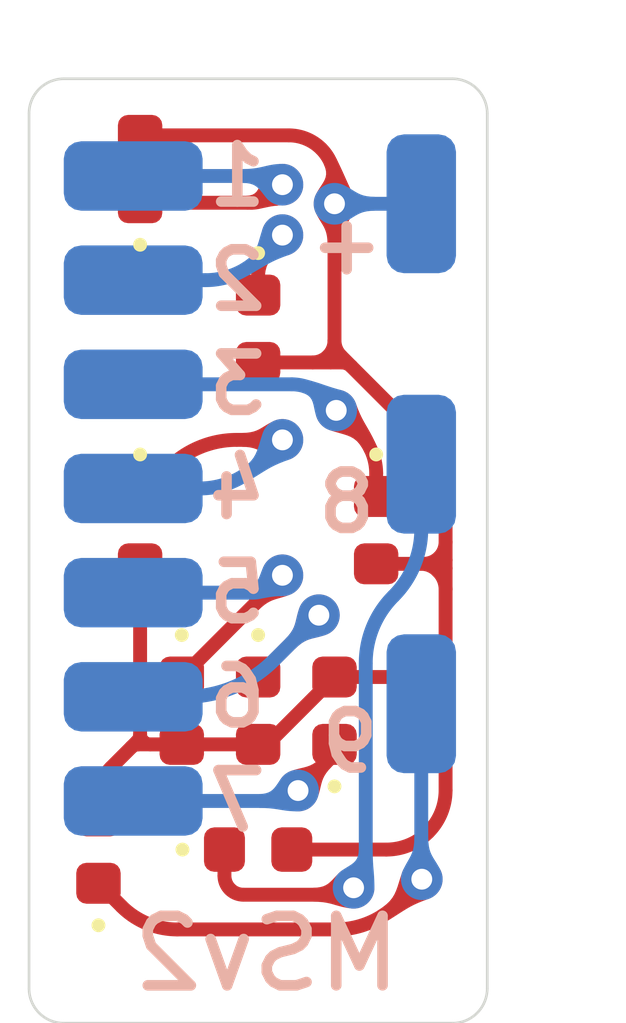
<source format=kicad_pcb>
(kicad_pcb (version 20211014) (generator pcbnew)
  (layers (0 "F.Cu" signal) (31 "B.Cu" signal) (34 "B.Paste" user) (35 "F.Paste" user) (36 "B.SilkS" user "B.Silkscreen") (37 "F.SilkS" user "F.Silkscreen") (38 "B.Mask" user) (39 "F.Mask" user) (44 "Edge.Cuts" user))
  (net 0 "")
  (net 1 "Net-(D1-Pad1)")
  (net 2 "Net-(D3-Pad1)")
  (net 3 "Net-(D6-Pad1)")
  (net 4 "Net-(D2-Pad1)")
  (net 5 "Net-(D7-Pad1)")
  (net 6 "Net-(D5-Pad1)")
  (net 7 "Net-(D1-Pad2)")
  (net 8 "Net-(D8-Pad1)")
  (net 9 "Net-(D9-Pad1)")
  (net 10 "Net-(D10-Pad1)")
  (footprint "LED_SMD:LED_0402_1005Metric" (layer "F.Cu") (at 123.3 84.1)
    (fp_text reference "D9" hide)
    (fp_text value "LED_Y")
    (fp_circle (center -1.09 0) (end -1.04 0) (layer "F.SilkS") (width 0.1) (fill none))
    (pad "1" smd roundrect locked (at -0.485 0) (size 0.59 0.64) (layers "F.Cu" "F.Paste" "F.Mask") (net 9 "Net-(D9-Pad1)"))
    (pad "2" smd roundrect locked (at 0.485 0) (size 0.59 0.64) (layers "F.Cu" "F.Paste" "F.Mask") (net 7 "Net-(D1-Pad2)"))
  )
  (footprint "LED_SMD:LED_0402_1005Metric" (layer "F.Cu") (at 123.3 82.1 -90)
    (fp_text reference "D7" hide)
    (fp_text value "LED_W")
    (fp_circle (center -1.09 0) (end -1.04 0) (layer "F.SilkS") (width 0.1) (fill none))
    (pad "1" smd roundrect locked (at -0.485 0 270) (size 0.59 0.64) (layers "F.Cu" "F.Paste" "F.Mask") (net 5 "Net-(D7-Pad1)"))
    (pad "2" smd roundrect locked (at 0.485 0 270) (size 0.59 0.64) (layers "F.Cu" "F.Paste" "F.Mask") (net 7 "Net-(D1-Pad2)"))
  )
  (footprint "LED_SMD:LED_0402_1005Metric" (layer "F.Cu") (at 125 79.5 -90)
    (fp_text reference "D5" hide)
    (fp_text value "LED_Y")
    (fp_circle (center -1.09 0) (end -1.04 0) (layer "F.SilkS") (width 0.1) (fill none))
    (pad "1" smd roundrect locked (at -0.485 0 270) (size 0.59 0.64) (layers "F.Cu" "F.Paste" "F.Mask") (net 6 "Net-(D5-Pad1)"))
    (pad "2" smd roundrect locked (at 0.485 0 270) (size 0.59 0.64) (layers "F.Cu" "F.Paste" "F.Mask") (net 7 "Net-(D1-Pad2)"))
  )
  (footprint "LED_SMD:LED_0402_1005Metric" (layer "F.Cu") (at 121.6 74.3 90)
    (fp_text reference "D1" hide)
    (fp_text value "LED_W")
    (fp_circle (center -1.09 0) (end -1.04 0) (layer "F.SilkS") (width 0.1) (fill none))
    (pad "1" smd roundrect locked (at -0.485 0 90) (size 0.59 0.64) (layers "F.Cu" "F.Paste" "F.Mask") (net 1 "Net-(D1-Pad1)"))
    (pad "2" smd roundrect locked (at 0.485 0 90) (size 0.59 0.64) (layers "F.Cu" "F.Paste" "F.Mask") (net 7 "Net-(D1-Pad2)"))
  )
  (footprint "LED_SMD:LED_0402_1005Metric" (layer "F.Cu") (at 124.4 82.1 90)
    (fp_text reference "D8" hide)
    (fp_text value "LED_Y")
    (fp_circle (center -1.09 0) (end -1.04 0) (layer "F.SilkS") (width 0.1) (fill none))
    (pad "1" smd roundrect locked (at -0.485 0 90) (size 0.59 0.64) (layers "F.Cu" "F.Paste" "F.Mask") (net 8 "Net-(D8-Pad1)"))
    (pad "2" smd roundrect locked (at 0.485 0 90) (size 0.59 0.64) (layers "F.Cu" "F.Paste" "F.Mask") (net 7 "Net-(D1-Pad2)"))
  )
  (footprint "LED_SMD:LED_0402_1005Metric" (layer "F.Cu") (at 121.6 79.5 -90)
    (fp_text reference "D3" hide)
    (fp_text value "LED_G")
    (fp_circle (center -1.09 0) (end -1.04 0) (layer "F.SilkS") (width 0.1) (fill none))
    (pad "1" smd roundrect locked (at -0.485 0 270) (size 0.59 0.64) (layers "F.Cu" "F.Paste" "F.Mask") (net 2 "Net-(D3-Pad1)"))
    (pad "2" smd roundrect locked (at 0.485 0 270) (size 0.59 0.64) (layers "F.Cu" "F.Paste" "F.Mask") (net 7 "Net-(D1-Pad2)"))
  )
  (footprint "LED_SMD:LED_0402_1005Metric" (layer "F.Cu") (at 122.2 82.1 -90)
    (fp_text reference "D6" hide)
    (fp_text value "LED_Y")
    (fp_circle (center -1.09 0) (end -1.04 0) (layer "F.SilkS") (width 0.1) (fill none))
    (pad "1" smd roundrect locked (at -0.485 0 270) (size 0.59 0.64) (layers "F.Cu" "F.Paste" "F.Mask") (net 3 "Net-(D6-Pad1)"))
    (pad "2" smd roundrect locked (at 0.485 0 270) (size 0.59 0.64) (layers "F.Cu" "F.Paste" "F.Mask") (net 7 "Net-(D1-Pad2)"))
  )
  (footprint "LED_SMD:LED_0402_1005Metric" (layer "F.Cu") (at 123.3 76.6 -90)
    (fp_text reference "D2" hide)
    (fp_text value "LED_R")
    (fp_circle (center -1.09 0) (end -1.04 0) (layer "F.SilkS") (width 0.1) (fill none))
    (pad "1" smd roundrect locked (at -0.485 0 270) (size 0.59 0.64) (layers "F.Cu" "F.Paste" "F.Mask") (net 4 "Net-(D2-Pad1)"))
    (pad "2" smd roundrect locked (at 0.485 0 270) (size 0.59 0.64) (layers "F.Cu" "F.Paste" "F.Mask") (net 7 "Net-(D1-Pad2)"))
  )
  (footprint "LED_SMD:LED_0402_1005Metric" (layer "F.Cu") (at 121 84.1 90)
    (fp_text reference "D10" hide)
    (fp_text value "LED_W")
    (fp_circle (center -1.09 0) (end -1.04 0) (layer "F.SilkS") (width 0.1) (fill none))
    (pad "1" smd roundrect locked (at -0.485 0 90) (size 0.59 0.64) (layers "F.Cu" "F.Paste" "F.Mask") (net 10 "Net-(D10-Pad1)"))
    (pad "2" smd roundrect locked (at 0.485 0 90) (size 0.59 0.64) (layers "F.Cu" "F.Paste" "F.Mask") (net 7 "Net-(D1-Pad2)"))
  )
  (footprint "Connector_Wire:SolderWirePad_1x01_SMD_1x2mm" (layer "B.Cu") (at 121.5 80.4 -90)
    (fp_text reference "J5" hide)
    (fp_text value "Zs7-3")
    (pad "1" smd roundrect (at 0 0 270) (size 1 2) (layers "B.Cu" "B.Paste" "B.Mask") (net 3 "Net-(D6-Pad1)"))
  )
  (footprint "Connector_Wire:SolderWirePad_1x01_SMD_1x2mm" (layer "B.Cu") (at 121.5 74.4 -90)
    (fp_text reference "J1" hide)
    (fp_text value "VkzBw")
    (pad "1" smd roundrect (at 0 0 270) (size 1 2) (layers "B.Cu" "B.Paste" "B.Mask") (net 1 "Net-(D1-Pad1)"))
  )
  (footprint "Connector_Wire:SolderWirePad_1x01_SMD_1x2mm" (layer "B.Cu") (at 121.5 78.9 -90)
    (fp_text reference "J4" hide)
    (fp_text value "GRÜN")
    (pad "1" smd roundrect (at 0 0 270) (size 1 2) (layers "B.Cu" "B.Paste" "B.Mask") (net 2 "Net-(D3-Pad1)"))
  )
  (footprint "Connector_Wire:SolderWirePad_1x01_SMD_1x2mm" (layer "B.Cu") (at 121.5 83.4 -90)
    (fp_text reference "J7" hide)
    (fp_text value "Zs7-1")
    (pad "1" smd roundrect (at 0 0 270) (size 1 2) (layers "B.Cu" "B.Paste" "B.Mask") (net 8 "Net-(D8-Pad1)"))
  )
  (footprint "Connector_Wire:SolderWirePad_1x01_SMD_1x2mm" (layer "B.Cu") (at 125.65 74.8 180)
    (fp_text reference "J0" hide)
    (fp_text value "VCC")
    (pad "1" smd roundrect (at 0 0 180) (size 1 2) (layers "B.Cu" "B.Paste" "B.Mask") (net 7 "Net-(D1-Pad2)"))
  )
  (footprint "Connector_Wire:SolderWirePad_1x01_SMD_1x2mm" (layer "B.Cu") (at 121.5 81.9 -90)
    (fp_text reference "J6" hide)
    (fp_text value "Ra")
    (pad "1" smd roundrect (at 0 0 270) (size 1 2) (layers "B.Cu" "B.Paste" "B.Mask") (net 5 "Net-(D7-Pad1)"))
  )
  (footprint "Connector_Wire:SolderWirePad_1x01_SMD_1x2mm" (layer "B.Cu") (at 121.5 75.9 -90)
    (fp_text reference "J2" hide)
    (fp_text value "ROT")
    (pad "1" smd roundrect (at 0 0 270) (size 1 2) (layers "B.Cu" "B.Paste" "B.Mask") (net 4 "Net-(D2-Pad1)"))
  )
  (footprint "Connector_Wire:SolderWirePad_1x01_SMD_1x2mm" (layer "B.Cu") (at 125.65 82 180)
    (fp_text reference "J9" hide)
    (fp_text value "Ra/Zs1")
    (pad "1" smd roundrect (at 0 0 180) (size 1 2) (layers "B.Cu" "B.Paste" "B.Mask") (net 10 "Net-(D10-Pad1)"))
  )
  (footprint "Connector_Wire:SolderWirePad_1x01_SMD_1x2mm" (layer "B.Cu") (at 125.65 78.55)
    (fp_text reference "J8" hide)
    (fp_text value "Zs7-2")
    (pad "1" smd roundrect (at 0 0) (size 1 2) (layers "B.Cu" "B.Paste" "B.Mask") (net 9 "Net-(D9-Pad1)"))
  )
  (footprint "Connector_Wire:SolderWirePad_1x01_SMD_1x2mm" (layer "B.Cu") (at 121.5 77.4 -90)
    (fp_text reference "J3" hide)
    (fp_text value "GELB")
    (pad "1" smd roundrect (at 0 0 270) (size 1 2) (layers "B.Cu" "B.Paste" "B.Mask") (net 6 "Net-(D5-Pad1)"))
  )
  (gr_arc (start 126.6 86.1) (mid 126.453553 86.453553) (end 126.1 86.6) (layer "Edge.Cuts") (width 0.0381))
  (gr_line (start 120.5 86.6) (end 126.1 86.6) (layer "Edge.Cuts") (width 0.0381))
  (gr_line (start 120 86.1) (end 120 73.5) (layer "Edge.Cuts") (width 0.0381))
  (gr_line (start 120.5 73) (end 126.1 73) (layer "Edge.Cuts") (width 0.0381))
  (gr_arc (start 120.5 86.6) (mid 120.146447 86.453553) (end 120 86.1) (layer "Edge.Cuts") (width 0.0381))
  (gr_line (start 126.6 86.1) (end 126.6 73.5) (layer "Edge.Cuts") (width 0.0381))
  (gr_arc (start 126.1 73) (mid 126.453553 73.146447) (end 126.6 73.5) (layer "Edge.Cuts") (width 0.0381))
  (gr_arc (start 120 73.5) (mid 120.146447 73.146447) (end 120.5 73) (layer "Edge.Cuts") (width 0.0381))
  (gr_text "7" (at 123 83.4) (layer "B.SilkS") (effects (font (size 0.8128 0.8128) (thickness 0.1524)) (justify mirror)))
  (gr_text "1" (at 123 74.4) (layer "B.SilkS") (effects (font (size 0.8128 0.8128) (thickness 0.1524)) (justify mirror)))
  (gr_text "3" (at 123 77.4) (layer "B.SilkS") (effects (font (size 0.8128 0.8128) (thickness 0.1524)) (justify mirror)))
  (gr_text "+" (at 124.575 75.375) (layer "B.SilkS") (effects (font (size 0.8128 0.8128) (thickness 0.1524)) (justify mirror)))
  (gr_text "9" (at 124.625 82.55) (layer "B.SilkS") (effects (font (size 0.8128 0.8128) (thickness 0.1524)) (justify mirror)))
  (gr_text "6" (at 123 81.9) (layer "B.SilkS") (effects (font (size 0.8128 0.8128) (thickness 0.1524)) (justify mirror)))
  (gr_text "MSv2" (at 123.425 85.6) (layer "B.SilkS") (effects (font (size 1 1) (thickness 0.1524)) (justify mirror)))
  (gr_text "4" (at 123 78.9) (layer "B.SilkS") (effects (font (size 0.8128 0.8128) (thickness 0.1524)) (justify mirror)))
  (gr_text "8" (at 124.575 79.1) (layer "B.SilkS") (effects (font (size 0.8128 0.8128) (thickness 0.1524)) (justify mirror)))
  (gr_text "2" (at 123 75.9) (layer "B.SilkS") (effects (font (size 0.8128 0.8128) (thickness 0.1524)) (justify mirror)))
  (gr_text "5" (at 123 80.4) (layer "B.SilkS") (effects (font (size 0.8128 0.8128) (thickness 0.1524)) (justify mirror)))
  (segment (start 123.206152 74.785) (end 121.6 74.785) (width 0.2) (layer "F.Cu") (net 1))
  (segment (start 123.65 74.525) (end 123.52 74.655) (width 0.2) (layer "F.Cu") (net 1))
  (via (at 123.65 74.525) (size 0.6) (drill 0.3) (layers "F.Cu" "B.Cu") (net 1))
  (arc (start 123.52 74.655) (mid 123.376005 74.751214) (end 123.206152 74.785) (width 0.2) (layer "F.Cu") (net 1))
  (segment (start 123.5875 74.4625) (end 123.65 74.525) (width 0.2) (layer "B.Cu") (net 1))
  (segment (start 123.436611 74.4) (end 121.5 74.4) (width 0.2) (layer "B.Cu") (net 1))
  (arc (start 123.5875 74.4625) (mid 123.518271 74.416243) (end 123.436611 74.4) (width 0.2) (layer "B.Cu") (net 1))
  (segment (start 122.0075 78.6075) (end 121.6 79.015) (width 0.2) (layer "F.Cu") (net 2))
  (segment (start 123.65 78.2) (end 122.991292 78.2) (width 0.2) (layer "F.Cu") (net 2))
  (via (at 123.65 78.2) (size 0.6) (drill 0.3) (layers "F.Cu" "B.Cu") (net 2))
  (arc (start 122.991292 78.2) (mid 122.458867 78.305905) (end 122.0075 78.6075) (width 0.2) (layer "F.Cu") (net 2))
  (segment (start 123.3 78.55) (end 123.65 78.2) (width 0.2) (layer "B.Cu") (net 2))
  (segment (start 122.455025 78.9) (end 121.5 78.9) (width 0.2) (layer "B.Cu") (net 2))
  (arc (start 123.3 78.55) (mid 122.912322 78.809037) (end 122.455025 78.9) (width 0.2) (layer "B.Cu") (net 2))
  (segment (start 123.65 80.1575) (end 123.65 80.15) (width 0.2) (layer "F.Cu") (net 3))
  (segment (start 123.644696 80.170303) (end 122.2 81.615) (width 0.2) (layer "F.Cu") (net 3))
  (via (at 123.65 80.15) (size 0.6) (drill 0.3) (layers "F.Cu" "B.Cu") (net 3))
  (arc (start 123.65 80.1575) (mid 123.648621 80.164429) (end 123.644696 80.170303) (width 0.2) (layer "F.Cu") (net 3))
  (segment (start 123.223223 80.4) (end 121.5 80.4) (width 0.2) (layer "B.Cu") (net 3))
  (segment (start 123.525 80.275) (end 123.65 80.15) (width 0.2) (layer "B.Cu") (net 3))
  (arc (start 123.525 80.275) (mid 123.386543 80.367513) (end 123.223223 80.4) (width 0.2) (layer "B.Cu") (net 3))
  (segment (start 123.475 75.426503) (end 123.65 75.251503) (width 0.2) (layer "F.Cu") (net 4))
  (segment (start 123.3 75.84899) (end 123.3 76.115) (width 0.2) (layer "F.Cu") (net 4))
  (via (at 123.65 75.251503) (size 0.6) (drill 0.3) (layers "F.Cu" "B.Cu") (net 4))
  (arc (start 123.475 75.426503) (mid 123.345481 75.620341) (end 123.3 75.84899) (width 0.2) (layer "F.Cu") (net 4))
  (segment (start 122.542946 75.9) (end 121.5 75.9) (width 0.2) (layer "B.Cu") (net 4))
  (segment (start 123.65 75.251503) (end 123.325751 75.575751) (width 0.2) (layer "B.Cu") (net 4))
  (arc (start 123.325751 75.575751) (mid 122.966597 75.81573) (end 122.542946 75.9) (width 0.2) (layer "B.Cu") (net 4))
  (segment (start 123.3 81.6075) (end 123.3 81.615) (width 0.2) (layer "F.Cu") (net 5))
  (segment (start 124.175 80.725) (end 123.305303 81.594696) (width 0.2) (layer "F.Cu") (net 5))
  (via (at 124.175 80.725) (size 0.6) (drill 0.3) (layers "F.Cu" "B.Cu") (net 5))
  (arc (start 123.305303 81.594696) (mid 123.301378 81.60057) (end 123.3 81.6075) (width 0.2) (layer "F.Cu") (net 5))
  (segment (start 122.25 81.9) (end 121.5 81.9) (width 0.2) (layer "B.Cu") (net 5))
  (segment (start 124.175 80.725) (end 123.53033 81.369669) (width 0.2) (layer "B.Cu") (net 5))
  (arc (start 123.53033 81.369669) (mid 122.942909 81.762171) (end 122.25 81.9) (width 0.2) (layer "B.Cu") (net 5))
  (segment (start 125 78.6825) (end 125 79.015) (width 0.2) (layer "F.Cu") (net 6))
  (segment (start 124.764886 78.114886) (end 124.425 77.775) (width 0.2) (layer "F.Cu") (net 6))
  (via (at 124.425 77.775) (size 0.6) (drill 0.3) (layers "F.Cu" "B.Cu") (net 6))
  (arc (start 124.764886 78.114886) (mid 124.938895 78.375309) (end 125 78.6825) (width 0.2) (layer "F.Cu") (net 6))
  (segment (start 124.2375 77.5875) (end 124.425 77.775) (width 0.2) (layer "B.Cu") (net 6))
  (segment (start 123.784834 77.4) (end 121.5 77.4) (width 0.2) (layer "B.Cu") (net 6))
  (arc (start 124.2375 77.5875) (mid 124.029815 77.448729) (end 123.784834 77.4) (width 0.2) (layer "B.Cu") (net 6))
  (segment (start 125.5925 81.615) (end 125.7375 81.615) (width 0.2) (layer "F.Cu") (net 7))
  (segment (start 123.742763 73.815) (end 121.6 73.815) (width 0.2) (layer "F.Cu") (net 7))
  (segment (start 123.475961 82.539038) (end 124.4 81.615) (width 0.2) (layer "F.Cu") (net 7))
  (segment (start 121 83.3575) (end 121 83.615) (width 0.2) (layer "F.Cu") (net 7))
  (segment (start 125.861265 81.563734) (end 126 81.425) (width 0.2) (layer "F.Cu") (net 7))
  (segment (start 125.7375 81.615) (end 125.74 81.615) (width 0.2) (layer "F.Cu") (net 7))
  (segment (start 126 81.669185) (end 126 80.352027) (width 0.2) (layer "F.Cu") (net 7))
  (segment (start 125.146446 84.1) (end 123.785 84.1) (width 0.2) (layer "F.Cu") (net 7))
  (segment (start 125.65 79.985) (end 125.684185 79.985) (width 0.2) (layer "F.Cu") (net 7))
  (segment (start 121.472499 82.627499) (end 121.182079 82.91792) (width 0.2) (layer "F.Cu") (net 7))
  (segment (start 125.868033 81.668033) (end 125.9075 81.7075) (width 0.2) (layer "F.Cu") (net 7))
  (segment (start 124.6425 77.1425) (end 124.4925 76.9925) (width 0.2) (layer "F.Cu") (net 7))
  (segment (start 124.4 74.8) (end 124.4 74.472236) (width 0.2) (layer "F.Cu") (net 7))
  (segment (start 124.084185 77.085) (end 123.3 77.085) (width 0.2) (layer "F.Cu") (net 7))
  (segment (start 126 80.047972) (end 126 80.352027) (width 0.2) (layer "F.Cu") (net 7))
  (segment (start 124.503682 77.085) (end 124.345814 77.085) (width 0.2) (layer "F.Cu") (net 7))
  (segment (start 122.2 82.585) (end 121.745104 82.585) (width 0.2) (layer "F.Cu") (net 7))
  (segment (start 124.084185 77.085) (end 124.345814 77.085) (width 0.2) (layer "F.Cu") (net 7))
  (segment (start 126 81.669185) (end 126 81.930814) (width 0.2) (layer "F.Cu") (net 7))
  (segment (start 121.6 82.439895) (end 121.6 79.985) (width 0.2) (layer "F.Cu") (net 7))
  (segment (start 123.235 82.585) (end 122.2 82.585) (width 0.2) (layer "F.Cu") (net 7))
  (segment (start 125.8925 80.0925) (end 125.880459 80.080459) (width 0.2) (layer "F.Cu") (net 7))
  (segment (start 126 83.246446) (end 126 81.930814) (width 0.2) (layer "F.Cu") (net 7))
  (segment (start 121.472499 82.627499) (end 121.5575 82.5425) (width 0.2) (layer "F.Cu") (net 7))
  (segment (start 125.5925 81.615) (end 124.4 81.615) (width 0.2) (layer "F.Cu") (net 7))
  (segment (start 126 79.930814) (end 126 79.669185) (width 0.2) (layer "F.Cu") (net 7))
  (segment (start 123.365 82.585) (end 123.235 82.585) (width 0.2) (layer "F.Cu") (net 7))
  (segment (start 124.6425 77.1425) (end 125.54038 78.04038) (width 0.2) (layer "F.Cu") (net 7))
  (segment (start 126 79.15) (end 126 79.669185) (width 0.2) (layer "F.Cu") (net 7))
  (segment (start 122.2 82.585) (end 121.575104 82.585) (width 0.2) (layer "F.Cu") (net 7))
  (segment (start 126 80.047972) (end 126 79.930814) (width 0.2) (layer "F.Cu") (net 7))
  (segment (start 125.7375 81.615) (end 125.5925 81.615) (width 0.2) (layer "F.Cu") (net 7))
  (segment (start 124.4 74.8) (end 124.4 76.769185) (width 0.2) (layer "F.Cu") (net 7))
  (segment (start 125.65 79.985) (end 125 79.985) (width 0.2) (layer "F.Cu") (net 7))
  (via (at 124.4 74.8) (size 0.6) (drill 0.3) (layers "F.Cu" "B.Cu") (net 7))
  (arc (start 125.9075 79.8925) (mid 125.805042 79.96096) (end 125.684185 79.985) (width 0.2) (layer "F.Cu") (net 7))
  (arc (start 124.4 74.472236) (mid 124.34997 74.220722) (end 124.2075 74.0075) (width 0.2) (layer "F.Cu") (net 7))
  (arc (start 126 83.246446) (mid 125.935027 83.573087) (end 125.75 83.85) (width 0.2) (layer "F.Cu") (net 7))
  (arc (start 125.9075 79.8925) (mid 125.96655 79.880753) (end 126 79.930814) (width 0.2) (layer "F.Cu") (net 7))
  (arc (start 121.6425 82.5425) (mid 121.689575 82.573954) (end 121.745104 82.585) (width 0.2) (layer "F.Cu") (net 7))
  (arc (start 121.575104 82.585) (mid 121.519574 82.596045) (end 121.472499 82.627499) (width 0.2) (layer "F.Cu") (net 7))
  (arc (start 126 79.15) (mid 125.880548 78.549478) (end 125.54038 78.04038) (width 0.2) (layer "F.Cu") (net 7))
  (arc (start 124.4 76.769185) (mid 124.37596 76.890042) (end 124.3075 76.9925) (width 0.2) (layer "F.Cu") (net 7))
  (arc (start 124.6425 77.1425) (mid 124.578809 77.099943) (end 124.503682 77.085) (width 0.2) (layer "F.Cu") (net 7))
  (arc (start 125.861265 81.563734) (mid 125.804481 81.601676) (end 125.7375 81.615) (width 0.2) (layer "F.Cu") (net 7))
  (arc (start 123.742763 73.815) (mid 123.994277 73.865029) (end 124.2075 74.0075) (width 0.2) (layer "F.Cu") (net 7))
  (arc (start 124.4 76.769185) (mid 124.424039 76.890042) (end 124.4925 76.9925) (width 0.2) (layer "F.Cu") (net 7))
  (arc (start 124.084185 77.085) (mid 124.205042 77.06096) (end 124.3075 76.9925) (width 0.2) (layer "F.Cu") (net 7))
  (arc (start 126 80.047972) (mid 125.961126 80.10615) (end 125.8925 80.0925) (width 0.2) (layer "F.Cu") (net 7))
  (arc (start 125.9075 81.7075) (mid 125.96655 81.719245) (end 126 81.669185) (width 0.2) (layer "F.Cu") (net 7))
  (arc (start 121.182079 82.91792) (mid 121.04732 83.119601) (end 121 83.3575) (width 0.2) (layer "F.Cu") (net 7))
  (arc (start 123.475961 82.539038) (mid 123.425051 82.573054) (end 123.365 82.585) (width 0.2) (layer "F.Cu") (net 7))
  (arc (start 126 81.930814) (mid 125.97596 81.809957) (end 125.9075 81.7075) (width 0.2) (layer "F.Cu") (net 7))
  (arc (start 124.345814 77.085) (mid 124.295753 77.05155) (end 124.3075 76.9925) (width 0.2) (layer "F.Cu") (net 7))
  (arc (start 121.6425 82.5425) (mid 121.6 82.524895) (end 121.5575 82.5425) (width 0.2) (layer "F.Cu") (net 7))
  (arc (start 125.7375 81.615) (mid 125.7375 81.615) (end 125.7375 81.615) (width 0.2) (layer "F.Cu") (net 7))
  (arc (start 125.146446 84.1) (mid 125.473087 84.035027) (end 125.75 83.85) (width 0.2) (layer "F.Cu") (net 7))
  (arc (start 121.5575 82.5425) (mid 121.552103 82.569631) (end 121.575104 82.585) (width 0.2) (layer "F.Cu") (net 7))
  (arc (start 121.6 82.439895) (mid 121.611045 82.495424) (end 121.6425 82.5425) (width 0.2) (layer "F.Cu") (net 7))
  (arc (start 125.868033 81.668033) (mid 125.80929 81.628782) (end 125.74 81.615) (width 0.2) (layer "F.Cu") (net 7))
  (arc (start 125.8925 80.0925) (mid 125.972061 80.211572) (end 126 80.352027) (width 0.2) (layer "F.Cu") (net 7))
  (arc (start 125.9075 79.8925) (mid 125.97596 79.790042) (end 126 79.669185) (width 0.2) (layer "F.Cu") (net 7))
  (arc (start 121.5575 82.5425) (mid 121.588954 82.495424) (end 121.6 82.439895) (width 0.2) (layer "F.Cu") (net 7))
  (arc (start 124.4925 76.9925) (mid 124.4 76.954185) (end 124.3075 76.9925) (width 0.2) (layer "F.Cu") (net 7))
  (arc (start 125.65 79.985) (mid 125.774723 80.009808) (end 125.880459 80.080459) (width 0.2) (layer "F.Cu") (net 7))
  (segment (start 124.4 74.8) (end 125.4 74.8) (width 0.2) (layer "B.Cu") (net 7))
  (segment (start 123.875 83.25) (end 124.350502 82.774497) (width 0.2) (layer "F.Cu") (net 8))
  (segment (start 124.4 82.655) (end 124.4 82.585) (width 0.2) (layer "F.Cu") (net 8))
  (via (at 123.875 83.25) (size 0.6) (drill 0.3) (layers "F.Cu" "B.Cu") (net 8))
  (arc (start 124.4 82.655) (mid 124.387135 82.719671) (end 124.350502 82.774497) (width 0.2) (layer "F.Cu") (net 8))
  (segment (start 123.618933 83.4) (end 121.5 83.4) (width 0.2) (layer "B.Cu") (net 8))
  (segment (start 123.875 83.25) (end 123.8 83.325) (width 0.2) (layer "B.Cu") (net 8))
  (arc (start 123.8 83.325) (mid 123.716925 83.380508) (end 123.618933 83.4) (width 0.2) (layer "B.Cu") (net 8))
  (segment (start 124.504289 84.75) (end 123.088137 84.75) (width 0.2) (layer "F.Cu") (net 9))
  (segment (start 122.815 84.476862) (end 122.815 84.1) (width 0.2) (layer "F.Cu") (net 9))
  (segment (start 124.675 84.65) (end 124.625 84.7) (width 0.2) (layer "F.Cu") (net 9))
  (via (at 124.675 84.65) (size 0.6) (drill 0.3) (layers "F.Cu" "B.Cu") (net 9))
  (arc (start 122.895 84.67) (mid 122.983612 84.729208) (end 123.088137 84.75) (width 0.2) (layer "F.Cu") (net 9))
  (arc (start 122.815 84.476862) (mid 122.835791 84.581387) (end 122.895 84.67) (width 0.2) (layer "F.Cu") (net 9))
  (arc (start 124.625 84.7) (mid 124.569617 84.737005) (end 124.504289 84.75) (width 0.2) (layer "F.Cu") (net 9))
  (segment (start 124.85 81.415685) (end 124.85 84.351256) (width 0.2) (layer "B.Cu") (net 9))
  (segment (start 124.675 84.65) (end 124.7625 84.5625) (width 0.2) (layer "B.Cu") (net 9))
  (segment (start 125.65 79.484314) (end 125.65 78.55) (width 0.2) (layer "B.Cu") (net 9))
  (arc (start 125.65 79.484314) (mid 125.546043 80.006939) (end 125.25 80.45) (width 0.2) (layer "B.Cu") (net 9))
  (arc (start 125.25 80.45) (mid 124.953956 80.89306) (end 124.85 81.415685) (width 0.2) (layer "B.Cu") (net 9))
  (arc (start 124.85 84.351256) (mid 124.827259 84.46558) (end 124.7625 84.5625) (width 0.2) (layer "B.Cu") (net 9))
  (segment (start 124.422449 85.25) (end 122.135226 85.25) (width 0.2) (layer "F.Cu") (net 10))
  (segment (start 121.3325 84.9175) (end 121 84.585) (width 0.2) (layer "F.Cu") (net 10))
  (segment (start 125.657307 84.526637) (end 125.295625 84.888318) (width 0.2) (layer "F.Cu") (net 10))
  (via (at 125.657307 84.526637) (size 0.6) (drill 0.3) (layers "F.Cu" "B.Cu") (net 10))
  (arc (start 121.3325 84.9175) (mid 121.700793 85.163586) (end 122.135226 85.25) (width 0.2) (layer "F.Cu") (net 10))
  (arc (start 125.295625 84.888318) (mid 124.895008 85.156001) (end 124.422449 85.25) (width 0.2) (layer "F.Cu") (net 10))
  (segment (start 125.657307 84.526637) (end 125.653653 84.522983) (width 0.2) (layer "B.Cu") (net 10))
  (segment (start 125.65 84.514163) (end 125.65 82) (width 0.2) (layer "B.Cu") (net 10))
  (arc (start 125.65 84.514163) (mid 125.650949 84.518936) (end 125.653653 84.522983) (width 0.2) (layer "B.Cu") (net 10))
  (zone (net 10) (net_name "Net-(D10-Pad1)") (layer "F.Cu") (priority 16962) (connect_pads yes (clearance 0)) (min_thickness 0.0254) (fill yes (thermal_gap 0.508) (thermal_bridge_width 0.508))
    (polygon (pts (xy 125.111554 85.158371) (xy 125.19786 85.105439) (xy 125.270752 85.059358) (xy 125.333436 85.019067) (xy 125.389118 84.983506) (xy 125.441005 84.951611) (xy 125.492304 84.922324) (xy 125.546222 84.894582) (xy 125.605966 84.867325) (xy 125.674742 84.839492) (xy 125.755758 84.810022) (xy 125.763373 84.420572) (xy 125.373923 84.428184) (xy 125.348772 84.504332) (xy 125.327584 84.572718) (xy 125.307923 84.634566) (xy 125.287351 84.691096) (xy 125.263431 84.743533) (xy 125.233726 84.793097) (xy 125.195798 84.841012) (xy 125.147211 84.888499) (xy 125.085526 84.936782) (xy 125.008308 84.987083)))
  )
  (zone (net 4) (net_name "Net-(D2-Pad1)") (layer "F.Cu") (priority 16962) (connect_pads yes (clearance 0)) (min_thickness 0.0254) (fill yes (thermal_gap 0.508) (thermal_bridge_width 0.508))
    (polygon (pts (xy 123.408294 75.758517) (xy 123.423027 75.703578) (xy 123.443861 75.6616) (xy 123.470229 75.630396) (xy 123.501564 75.607776) (xy 123.537299 75.591551) (xy 123.576868 75.579533) (xy 123.619703 75.569533) (xy 123.665238 75.559363) (xy 123.712906 75.546833) (xy 123.762141 75.529755) (xy 123.750772 75.140396) (xy 123.355003 75.196946) (xy 123.3421 75.259711) (xy 123.328686 75.313238) (xy 123.314834 75.360135) (xy 123.300615 75.403016) (xy 123.286101 75.444489) (xy 123.271364 75.487168) (xy 123.256476 75.533662) (xy 123.24151 75.586582) (xy 123.226537 75.64854) (xy 123.21163 75.722147)))
  )
  (zone (net 7) (net_name "Net-(D1-Pad2)") (layer "F.Cu") (priority 16962) (connect_pads yes (clearance 0)) (min_thickness 0.0254) (fill yes (thermal_gap 0.508) (thermal_bridge_width 0.508))
    (polygon (pts (xy 124.24295 74.226622) (xy 124.266535 74.284116) (xy 124.277984 74.334605) (xy 124.278942 74.379614) (xy 124.271052 74.420667) (xy 124.25596 74.459286) (xy 124.235308 74.496997) (xy 124.210742 74.535324) (xy 124.183906 74.575789) (xy 124.156443 74.619918) (xy 124.13 74.669234) (xy 124.4 74.95) (xy 124.669285 74.667769) (xy 124.639264 74.605886) (xy 124.613961 74.552331) (xy 124.592052 74.504726) (xy 124.572213 74.460696) (xy 124.553118 74.417862) (xy 124.533444 74.373849) (xy 124.511867 74.32628) (xy 124.487062 74.272778) (xy 124.457705 74.210966) (xy 124.422472 74.138468)))
  )
  (zone (net 7) (net_name "Net-(D1-Pad2)") (layer "F.Cu") (priority 16962) (connect_pads yes (clearance 0)) (min_thickness 0.0254) (fill yes (thermal_gap 0.508) (thermal_bridge_width 0.508))
    (polygon (pts (xy 124.5 75.39) (xy 124.50231 75.322701) (xy 124.508971 75.2662) (xy 124.519574 75.218229) (xy 124.533713 75.17652) (xy 124.550981 75.138806) (xy 124.57097 75.102817) (xy 124.593274 75.066286) (xy 124.617485 75.026946) (xy 124.643196 74.982529) (xy 124.67 74.930766) (xy 124.4 74.65) (xy 124.13 74.930766) (xy 124.156803 74.982529) (xy 124.182514 75.026946) (xy 124.206725 75.066286) (xy 124.229029 75.102817) (xy 124.249018 75.138806) (xy 124.266286 75.17652) (xy 124.280425 75.218229) (xy 124.291028 75.2662) (xy 124.297689 75.322701) (xy 124.3 75.39)))
  )
  (zone (net 1) (net_name "Net-(D1-Pad1)") (layer "F.Cu") (priority 16962) (connect_pads yes (clearance 0)) (min_thickness 0.0254) (fill yes (thermal_gap 0.508) (thermal_bridge_width 0.508))
    (polygon (pts (xy 123.12475 74.885) (xy 123.197623 74.88332) (xy 123.25931 74.87876) (xy 123.312309 74.872039) (xy 123.359121 74.86388) (xy 123.402243 74.855) (xy 123.444176 74.84612) (xy 123.487419 74.83796) (xy 123.534471 74.83124) (xy 123.587832 74.82668) (xy 123.65 74.825) (xy 123.769803 74.434739) (xy 123.383087 74.388043) (xy 123.362609 74.432523) (xy 123.345787 74.476077) (xy 123.330803 74.51782) (xy 123.31584 74.556866) (xy 123.29908 74.592333) (xy 123.278708 74.623334) (xy 123.252906 74.648986) (xy 123.219857 74.668404) (xy 123.177743 74.680703) (xy 123.12475 74.685)))
  )
  (zone (net 9) (net_name "Net-(D9-Pad1)") (layer "F.Cu") (priority 16962) (connect_pads yes (clearance 0)) (min_thickness 0.0254) (fill yes (thermal_gap 0.508) (thermal_bridge_width 0.508))
    (polygon (pts (xy 124.084289 84.85) (xy 124.161864 84.851967) (xy 124.227353 84.857431) (xy 124.283447 84.86573) (xy 124.332839 84.876207) (xy 124.378219 84.888201) (xy 124.42228 84.901052) (xy 124.467713 84.914103) (xy 124.517212 84.926693) (xy 124.573466 84.938162) (xy 124.63917 84.947852) (xy 124.816842 84.601209) (xy 124.46352 84.437219) (xy 124.426919 84.474834) (xy 124.394617 84.509375) (xy 124.364892 84.540632) (xy 124.336022 84.568398) (xy 124.306283 84.592464) (xy 124.273954 84.612621) (xy 124.237312 84.628661) (xy 124.194635 84.640377) (xy 124.144202 84.647559) (xy 124.084289 84.65)))
  )
  (zone (net 8) (net_name "Net-(D8-Pad1)") (layer "F.Cu") (priority 16962) (connect_pads yes (clearance 0)) (min_thickness 0.0254) (fill yes (thermal_gap 0.508) (thermal_bridge_width 0.508))
    (polygon (pts (xy 124.221481 82.762097) (xy 124.172259 82.80805) (xy 124.127598 82.843292) (xy 124.08618 82.869715) (xy 124.046689 82.88921) (xy 124.007811 82.903668) (xy 123.968229 82.914981) (xy 123.926627 82.925041) (xy 123.88169 82.935739) (xy 123.832102 82.948967) (xy 123.776547 82.966616) (xy 123.768935 83.356066) (xy 124.158385 83.348451) (xy 124.176033 83.292895) (xy 124.18926 83.243307) (xy 124.199958 83.19837) (xy 124.210018 83.156769) (xy 124.221331 83.117186) (xy 124.235789 83.078308) (xy 124.255284 83.038818) (xy 124.281706 82.9974) (xy 124.316948 82.952738) (xy 124.362902 82.903518)))
  )
  (zone (net 3) (net_name "Net-(D6-Pad1)") (layer "F.Cu") (priority 16962) (connect_pads yes (clearance 0)) (min_thickness 0.0254) (fill yes (thermal_gap 0.508) (thermal_bridge_width 0.508))
    (polygon (pts (xy 123.298215 80.658206) (xy 123.349713 80.609818) (xy 123.396221 80.572291) (xy 123.439149 80.543681) (xy 123.479913 80.522044) (xy 123.519923 80.505437) (xy 123.560594 80.491917) (xy 123.603339 80.479539) (xy 123.64957 80.466361) (xy 123.7007 80.450439) (xy 123.758144 80.42983) (xy 123.752354 80.040348) (xy 123.363396 80.061356) (xy 123.347124 80.118675) (xy 123.334767 80.169718) (xy 123.324491 80.215857) (xy 123.314463 80.258463) (xy 123.302848 80.29891) (xy 123.287813 80.33857) (xy 123.267524 80.378815) (xy 123.240147 80.421017) (xy 123.203848 80.46655) (xy 123.156794 80.516785)))
  )
  (zone (net 6) (net_name "Net-(D5-Pad1)") (layer "F.Cu") (priority 16962) (connect_pads yes (clearance 0)) (min_thickness 0.0254) (fill yes (thermal_gap 0.508) (thermal_bridge_width 0.508))
    (polygon (pts (xy 125.024578 78.32128) (xy 124.983517 78.231052) (xy 124.946139 78.155548) (xy 124.911851 78.091393) (xy 124.880057 78.035211) (xy 124.850163 77.983628) (xy 124.821575 77.933267) (xy 124.793697 77.880754) (xy 124.765936 77.822713) (xy 124.737696 77.755769) (xy 124.708385 77.676548) (xy 124.318934 77.668934) (xy 124.326548 78.058385) (xy 124.397958 78.081297) (xy 124.463551 78.099966) (xy 124.523847 78.116933) (xy 124.579366 78.134736) (xy 124.630628 78.155914) (xy 124.678153 78.183007) (xy 124.722462 78.218553) (xy 124.764074 78.265093) (xy 124.803509 78.325164) (xy 124.841288 78.401308)))
  )
  (zone (net 2) (net_name "Net-(D3-Pad1)") (layer "F.Cu") (priority 16962) (connect_pads yes (clearance 0)) (min_thickness 0.0254) (fill yes (thermal_gap 0.508) (thermal_bridge_width 0.508))
    (polygon (pts (xy 123.06 78.3) (xy 123.127298 78.30231) (xy 123.183799 78.308971) (xy 123.23177 78.319574) (xy 123.273479 78.333713) (xy 123.311193 78.350981) (xy 123.347182 78.37097) (xy 123.383713 78.393274) (xy 123.423053 78.417485) (xy 123.46747 78.443196) (xy 123.519234 78.47) (xy 123.8 78.2) (xy 123.519234 77.93) (xy 123.46747 77.956803) (xy 123.423053 77.982514) (xy 123.383713 78.006725) (xy 123.347182 78.029029) (xy 123.311193 78.049018) (xy 123.273479 78.066286) (xy 123.23177 78.080425) (xy 123.183799 78.091028) (xy 123.127298 78.097689) (xy 123.06 78.1)))
  )
  (zone (net 5) (net_name "Net-(D7-Pad1)") (layer "F.Cu") (priority 16962) (connect_pads yes (clearance 0)) (min_thickness 0.0254) (fill yes (thermal_gap 0.508) (thermal_bridge_width 0.508))
    (polygon (pts (xy 123.828518 81.212902) (xy 123.877738 81.166948) (xy 123.9224 81.131706) (xy 123.963818 81.105284) (xy 124.003308 81.085789) (xy 124.042186 81.071331) (xy 124.081769 81.060018) (xy 124.12337 81.049958) (xy 124.168307 81.03926) (xy 124.217895 81.026033) (xy 124.273451 81.008385) (xy 124.281066 80.618935) (xy 123.891616 80.626547) (xy 123.873967 80.682102) (xy 123.860739 80.73169) (xy 123.850041 80.776627) (xy 123.839981 80.818229) (xy 123.828668 80.857811) (xy 123.81421 80.896689) (xy 123.794715 80.93618) (xy 123.768292 80.977598) (xy 123.73305 81.022259) (xy 123.687097 81.071481)))
  )
  (zone (net 8) (net_name "Net-(D8-Pad1)") (layer "B.Cu") (priority 16962) (connect_pads yes (clearance 0)) (min_thickness 0.0254) (fill yes (thermal_gap 0.508) (thermal_bridge_width 0.508))
    (polygon (pts (xy 123.308933 83.5) (xy 123.387306 83.5014) (xy 123.453726 83.5052) (xy 123.51086 83.510799) (xy 123.561378 83.5176) (xy 123.607949 83.525) (xy 123.65324 83.5324) (xy 123.699922 83.5392) (xy 123.750664 83.5448) (xy 123.808133 83.5486) (xy 123.875 83.55) (xy 124.005665 83.176336) (xy 123.628492 83.079022) (xy 123.601921 83.118179) (xy 123.577769 83.154104) (xy 123.554681 83.186587) (xy 123.5313 83.215419) (xy 123.50627 83.24039) (xy 123.478235 83.261291) (xy 123.44584 83.277912) (xy 123.407729 83.290043) (xy 123.362545 83.297475) (xy 123.308933 83.3)))
  )
  (zone (net 4) (net_name "Net-(D2-Pad1)") (layer "B.Cu") (priority 16962) (connect_pads yes (clearance 0)) (min_thickness 0.0254) (fill yes (thermal_gap 0.508) (thermal_bridge_width 0.508))
    (polygon (pts (xy 123.13684 75.843786) (xy 123.219014 75.796756) (xy 123.288571 75.756106) (xy 123.348489 75.720789) (xy 123.401752 75.689757) (xy 123.451337 75.661962) (xy 123.500228 75.636357) (xy 123.551404 75.611895) (xy 123.607846 75.587528) (xy 123.672534 75.562208) (xy 123.748451 75.534888) (xy 123.756066 75.145438) (xy 123.366616 75.15305) (xy 123.343876 75.223157) (xy 123.325281 75.286677) (xy 123.308436 75.344541) (xy 123.290947 75.397683) (xy 123.27042 75.447038) (xy 123.244462 75.493538) (xy 123.210679 75.538118) (xy 123.166676 75.581711) (xy 123.110059 75.62525) (xy 123.038436 75.66967)))
  )
  (zone (net 1) (net_name "Net-(D1-Pad1)") (layer "B.Cu") (priority 16962) (connect_pads yes (clearance 0)) (min_thickness 0.0254) (fill yes (thermal_gap 0.508) (thermal_bridge_width 0.508))
    (polygon (pts (xy 123.076611 74.5) (xy 123.13241 74.502473) (xy 123.179388 74.509755) (xy 123.219054 74.521638) (xy 123.252919 74.537913) (xy 123.282491 74.558373) (xy 123.30928 74.58281) (xy 123.334796 74.611017) (xy 123.360549 74.642785) (xy 123.388048 74.677906) (xy 123.418803 74.716174) (xy 123.786416 74.587373) (xy 123.643347 74.225074) (xy 123.576171 74.228481) (xy 123.518573 74.234935) (xy 123.467836 74.243634) (xy 123.421243 74.253775) (xy 123.376079 74.264557) (xy 123.329627 74.275177) (xy 123.27917 74.284834) (xy 123.221993 74.292724) (xy 123.155378 74.298047) (xy 123.076611 74.3)))
  )
  (zone (net 3) (net_name "Net-(D6-Pad1)") (layer "B.Cu") (priority 16962) (connect_pads yes (clearance 0)) (min_thickness 0.0254) (fill yes (thermal_gap 0.508) (thermal_bridge_width 0.508))
    (polygon (pts (xy 123.128413 80.5) (xy 123.200668 80.4986) (xy 123.261883 80.4948) (xy 123.314524 80.489199) (xy 123.361055 80.4824) (xy 123.403943 80.475) (xy 123.445651 80.4676) (xy 123.488646 80.4608) (xy 123.535392 80.4552) (xy 123.588355 80.4514) (xy 123.65 80.45) (xy 123.770606 80.060815) (xy 123.384324 80.010659) (xy 123.363844 80.054088) (xy 123.34697 80.096577) (xy 123.331923 80.137271) (xy 123.316926 80.175312) (xy 123.300201 80.209848) (xy 123.279968 80.240022) (xy 123.254452 80.264979) (xy 123.221872 80.283865) (xy 123.180452 80.295823) (xy 123.128413 80.3)))
  )
  (zone (net 2) (net_name "Net-(D3-Pad1)") (layer "B.Cu") (priority 16962) (connect_pads yes (clearance 0)) (min_thickness 0.0254) (fill yes (thermal_gap 0.508) (thermal_bridge_width 0.508))
    (polygon (pts (xy 123.114527 78.819481) (xy 123.199524 78.768374) (xy 123.27136 78.723974) (xy 123.333169 78.685224) (xy 123.388087 78.651067) (xy 123.439249 78.620445) (xy 123.48979 78.592303) (xy 123.542845 78.565582) (xy 123.60155 78.539227) (xy 123.669041 78.51218) (xy 123.748452 78.483385) (xy 123.756066 78.093934) (xy 123.366615 78.101548) (xy 123.342214 78.17582) (xy 123.321836 78.242696) (xy 123.303056 78.303308) (xy 123.283449 78.358789) (xy 123.26059 78.410271) (xy 123.232056 78.458888) (xy 123.195422 78.505773) (xy 123.148263 78.552058) (xy 123.088154 78.598876) (xy 123.012673 78.647361)))
  )
  (zone (net 5) (net_name "Net-(D7-Pad1)") (layer "B.Cu") (priority 16962) (connect_pads yes (clearance 0)) (min_thickness 0.0254) (fill yes (thermal_gap 0.508) (thermal_bridge_width 0.508))
    (polygon (pts (xy 123.828518 81.212902) (xy 123.877738 81.166948) (xy 123.9224 81.131706) (xy 123.963818 81.105284) (xy 124.003308 81.085789) (xy 124.042186 81.071331) (xy 124.081769 81.060018) (xy 124.12337 81.049958) (xy 124.168307 81.03926) (xy 124.217895 81.026033) (xy 124.273451 81.008385) (xy 124.281066 80.618935) (xy 123.891616 80.626547) (xy 123.873967 80.682102) (xy 123.860739 80.73169) (xy 123.850041 80.776627) (xy 123.839981 80.818229) (xy 123.828668 80.857811) (xy 123.81421 80.896689) (xy 123.794715 80.93618) (xy 123.768292 80.977598) (xy 123.73305 81.022259) (xy 123.687097 81.071481)))
  )
  (zone (net 9) (net_name "Net-(D9-Pad1)") (layer "B.Cu") (priority 16962) (connect_pads yes (clearance 0)) (min_thickness 0.0254) (fill yes (thermal_gap 0.508) (thermal_bridge_width 0.508))
    (polygon (pts (xy 124.75 84.095889) (xy 124.746601 84.150918) (xy 124.736786 84.196117) (xy 124.721127 84.233199) (xy 124.700197 84.263875) (xy 124.674567 84.289857) (xy 124.64481 84.312858) (xy 124.611498 84.33459) (xy 124.575204 84.356763) (xy 124.536498 84.381092) (xy 124.495955 84.409287) (xy 124.605702 84.783032) (xy 124.975 84.65) (xy 124.9743 84.584688) (xy 124.9724 84.528473) (xy 124.969599 84.478768) (xy 124.9662 84.432987) (xy 124.9625 84.388544) (xy 124.9588 84.342853) (xy 124.9554 84.293328) (xy 124.9526 84.237383) (xy 124.9507 84.172432) (xy 124.95 84.095889)))
  )
  (zone (net 7) (net_name "Net-(D1-Pad2)") (layer "B.Cu") (priority 16962) (connect_pads yes (clearance 0)) (min_thickness 0.0254) (fill yes (thermal_gap 0.508) (thermal_bridge_width 0.508))
    (polygon (pts (xy 124.99 74.7) (xy 124.922701 74.697689) (xy 124.8662 74.691028) (xy 124.818229 74.680425) (xy 124.77652 74.666286) (xy 124.738806 74.649018) (xy 124.702817 74.629029) (xy 124.666286 74.606725) (xy 124.626946 74.582514) (xy 124.582529 74.556803) (xy 124.530766 74.53) (xy 124.25 74.8) (xy 124.530766 75.07) (xy 124.582529 75.043196) (xy 124.626946 75.017485) (xy 124.666286 74.993274) (xy 124.702817 74.97097) (xy 124.738806 74.950981) (xy 124.77652 74.933713) (xy 124.818229 74.919574) (xy 124.8662 74.908971) (xy 124.922701 74.90231) (xy 124.99 74.9)))
  )
  (zone (net 6) (net_name "Net-(D5-Pad1)") (layer "B.Cu") (priority 16962) (connect_pads yes (clearance 0)) (min_thickness 0.0254) (fill yes (thermal_gap 0.508) (thermal_bridge_width 0.508))
    (polygon (pts (xy 123.920716 77.517369) (xy 123.975567 77.536073) (xy 124.017319 77.559655) (xy 124.04818 77.587766) (xy 124.070358 77.620056) (xy 124.086062 77.656178) (xy 124.0975 77.695783) (xy 124.10688 77.738522) (xy 124.116409 77.784046) (xy 124.128298 77.832008) (xy 124.144753 77.882058) (xy 124.534254 77.877778) (xy 124.500465 77.484647) (xy 124.437562 77.467647) (xy 124.383709 77.451884) (xy 124.336341 77.43697) (xy 124.292895 77.422517) (xy 124.250807 77.408139) (xy 124.207515 77.393447) (xy 124.160454 77.378055) (xy 124.107061 77.361574) (xy 124.044773 77.343619) (xy 123.971026 77.323801)))
  )
  (zone (net 10) (net_name "Net-(D10-Pad1)") (layer "B.Cu") (priority 16962) (connect_pads yes (clearance 0)) (min_thickness 0.0254) (fill yes (thermal_gap 0.508) (thermal_bridge_width 0.508))
    (polygon (pts (xy 125.55 83.924163) (xy 125.547763 83.993768) (xy 125.54131 84.05229) (xy 125.531027 84.10207) (xy 125.517299 84.14545) (xy 125.500514 84.184771) (xy 125.481057 84.222374) (xy 125.459313 84.2606) (xy 125.43567 84.30179) (xy 125.410513 84.348286) (xy 125.384228 84.402429) (xy 125.660929 84.676593) (xy 125.92407 84.389388) (xy 125.895726 84.337451) (xy 125.868879 84.292763) (xy 125.843878 84.253055) (xy 125.821074 84.216062) (xy 125.800817 84.179516) (xy 125.783457 84.141151) (xy 125.769345 84.0987) (xy 125.758831 84.049896) (xy 125.752266 83.992472) (xy 125.75 83.924163)))
  )
)
</source>
